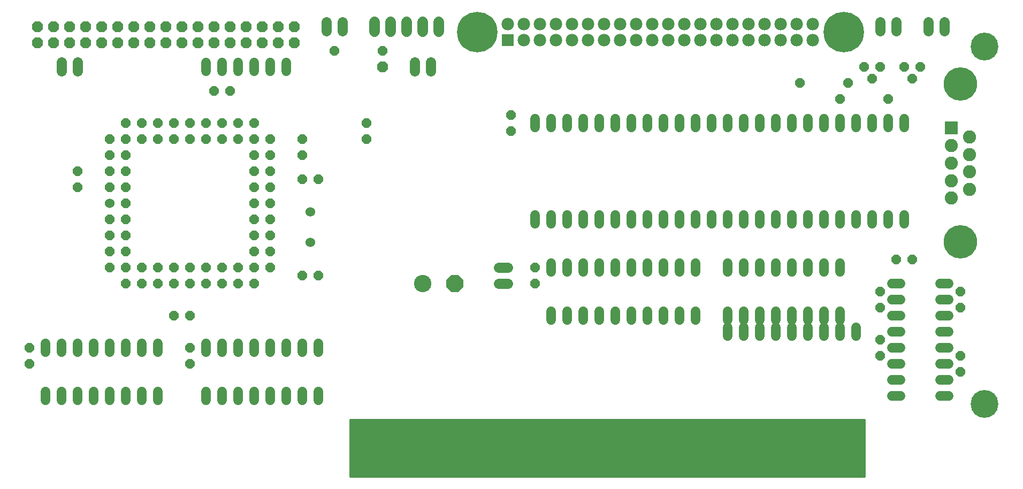
<source format=gbs>
G75*
%MOIN*%
%OFA0B0*%
%FSLAX24Y24*%
%IPPOS*%
%LPD*%
%AMOC8*
5,1,8,0,0,1.08239X$1,22.5*
%
%ADD10C,0.0160*%
%ADD11R,0.0680X0.2630*%
%ADD12R,0.0820X0.0820*%
%ADD13C,0.0820*%
%ADD14C,0.2080*%
%ADD15OC8,0.0600*%
%ADD16C,0.0600*%
%ADD17R,0.0780X0.0780*%
%ADD18C,0.0780*%
%ADD19C,0.2521*%
%ADD20C,0.0640*%
%ADD21C,0.1080*%
%ADD22OC8,0.1080*%
%ADD23OC8,0.0680*%
%ADD24C,0.1730*%
%ADD25C,0.0680*%
%ADD26C,0.0600*%
D10*
X021680Y000180D02*
X021680Y003680D01*
X053680Y003680D01*
X053680Y000180D01*
X021680Y000180D01*
X021680Y000314D02*
X053680Y000314D01*
X053680Y000473D02*
X021680Y000473D01*
X021680Y000631D02*
X053680Y000631D01*
X053680Y000790D02*
X021680Y000790D01*
X021680Y000948D02*
X053680Y000948D01*
X053680Y001107D02*
X021680Y001107D01*
X021680Y001265D02*
X053680Y001265D01*
X053680Y001424D02*
X021680Y001424D01*
X021680Y001582D02*
X053680Y001582D01*
X053680Y001741D02*
X021680Y001741D01*
X021680Y001899D02*
X053680Y001899D01*
X053680Y002058D02*
X021680Y002058D01*
X021680Y002216D02*
X053680Y002216D01*
X053680Y002375D02*
X021680Y002375D01*
X021680Y002533D02*
X053680Y002533D01*
X053680Y002692D02*
X021680Y002692D01*
X021680Y002850D02*
X053680Y002850D01*
X053680Y003009D02*
X021680Y003009D01*
X021680Y003167D02*
X053680Y003167D01*
X053680Y003326D02*
X021680Y003326D01*
X021680Y003484D02*
X053680Y003484D01*
X053680Y003643D02*
X021680Y003643D01*
D11*
X022680Y002180D03*
X023680Y002180D03*
X024680Y002180D03*
X025680Y002180D03*
X026680Y002180D03*
X027680Y002180D03*
X028680Y002180D03*
X029680Y002180D03*
X030680Y002180D03*
X031680Y002180D03*
X032680Y002180D03*
X033680Y002180D03*
X034680Y002180D03*
X035680Y002180D03*
X036680Y002180D03*
X037680Y002180D03*
X038680Y002180D03*
X039680Y002180D03*
X040680Y002180D03*
X041680Y002180D03*
X042680Y002180D03*
X043680Y002180D03*
X044680Y002180D03*
X045680Y002180D03*
X046680Y002180D03*
X047680Y002180D03*
X048680Y002180D03*
X049680Y002180D03*
X050680Y002180D03*
X051680Y002180D03*
X052680Y002180D03*
D12*
X059121Y021861D03*
D13*
X060239Y021314D03*
X059121Y020771D03*
X060239Y020223D03*
X059121Y019680D03*
X060239Y019137D03*
X059121Y018589D03*
X060239Y018046D03*
X059121Y017499D03*
D14*
X059680Y014759D03*
X059680Y024601D03*
D15*
X057180Y025680D03*
X056180Y025680D03*
X056680Y024930D03*
X054680Y025680D03*
X053680Y025680D03*
X054180Y024930D03*
X052680Y024680D03*
X052180Y023680D03*
X049680Y024680D03*
X055180Y023680D03*
X055680Y013680D03*
X056680Y013680D03*
X054680Y011680D03*
X054680Y010680D03*
X054680Y008680D03*
X054680Y007680D03*
X059680Y007680D03*
X059680Y006680D03*
X059680Y010680D03*
X059680Y011680D03*
X033180Y012180D03*
X033180Y013180D03*
X019680Y012680D03*
X018680Y012680D03*
X016680Y013180D03*
X015680Y013180D03*
X014680Y013180D03*
X013680Y013180D03*
X012680Y013180D03*
X011680Y013180D03*
X010680Y013180D03*
X009680Y013180D03*
X008680Y013180D03*
X007680Y013180D03*
X006680Y013180D03*
X006680Y014180D03*
X007680Y014180D03*
X007680Y015180D03*
X006680Y015180D03*
X006680Y016180D03*
X007680Y016180D03*
X007680Y017180D03*
X007680Y018180D03*
X006680Y018180D03*
X004680Y018180D03*
X004680Y019180D03*
X006680Y019180D03*
X007680Y019180D03*
X007680Y020180D03*
X006680Y020180D03*
X006680Y021180D03*
X007680Y021180D03*
X008680Y021180D03*
X009680Y021180D03*
X010680Y021180D03*
X011680Y021180D03*
X012680Y021180D03*
X013680Y021180D03*
X014680Y021180D03*
X015680Y021180D03*
X016680Y021180D03*
X016680Y020180D03*
X015680Y020180D03*
X015680Y019180D03*
X016680Y019180D03*
X018680Y018680D03*
X019680Y018680D03*
X016680Y018180D03*
X015680Y018180D03*
X015680Y017180D03*
X016680Y017180D03*
X016680Y016180D03*
X015680Y016180D03*
X015680Y015180D03*
X016680Y015180D03*
X016680Y014180D03*
X015680Y014180D03*
X015680Y012180D03*
X014680Y012180D03*
X013680Y012180D03*
X012680Y012180D03*
X011680Y012180D03*
X010680Y012180D03*
X009680Y012180D03*
X008680Y012180D03*
X007680Y012180D03*
X010680Y010180D03*
X011680Y010180D03*
X011680Y008180D03*
X011680Y007180D03*
X001680Y007180D03*
X001680Y008180D03*
X018680Y020180D03*
X018680Y021180D03*
X015680Y022180D03*
X014680Y022180D03*
X013680Y022180D03*
X012680Y022180D03*
X011680Y022180D03*
X010680Y022180D03*
X009680Y022180D03*
X008680Y022180D03*
X007680Y022180D03*
X013180Y024180D03*
X014180Y024180D03*
X020680Y026680D03*
X023680Y026680D03*
X031680Y022680D03*
X031680Y021680D03*
X022680Y021180D03*
X022680Y022180D03*
D16*
X002680Y005440D02*
X002680Y004920D01*
X003680Y004920D02*
X003680Y005440D01*
X004680Y005440D02*
X004680Y004920D01*
X005680Y004920D02*
X005680Y005440D01*
X006680Y005440D02*
X006680Y004920D01*
X007680Y004920D02*
X007680Y005440D01*
X008680Y005440D02*
X008680Y004920D01*
X009680Y004920D02*
X009680Y005440D01*
X012680Y005440D02*
X012680Y004920D01*
X013680Y004920D02*
X013680Y005440D01*
X014680Y005440D02*
X014680Y004920D01*
X015680Y004920D02*
X015680Y005440D01*
X016680Y005440D02*
X016680Y004920D01*
X017680Y004920D02*
X017680Y005440D01*
X018680Y005440D02*
X018680Y004920D01*
X019680Y004920D02*
X019680Y005440D01*
X019680Y007920D02*
X019680Y008440D01*
X018680Y008440D02*
X018680Y007920D01*
X017680Y007920D02*
X017680Y008440D01*
X016680Y008440D02*
X016680Y007920D01*
X015680Y007920D02*
X015680Y008440D01*
X014680Y008440D02*
X014680Y007920D01*
X013680Y007920D02*
X013680Y008440D01*
X012680Y008440D02*
X012680Y007920D01*
X009680Y007920D02*
X009680Y008440D01*
X008680Y008440D02*
X008680Y007920D01*
X007680Y007920D02*
X007680Y008440D01*
X006680Y008440D02*
X006680Y007920D01*
X005680Y007920D02*
X005680Y008440D01*
X004680Y008440D02*
X004680Y007920D01*
X003680Y007920D02*
X003680Y008440D01*
X002680Y008440D02*
X002680Y007920D01*
X033180Y015920D02*
X033180Y016440D01*
X034180Y016440D02*
X034180Y015920D01*
X035180Y015920D02*
X035180Y016440D01*
X036180Y016440D02*
X036180Y015920D01*
X037180Y015920D02*
X037180Y016440D01*
X038180Y016440D02*
X038180Y015920D01*
X039180Y015920D02*
X039180Y016440D01*
X040180Y016440D02*
X040180Y015920D01*
X041180Y015920D02*
X041180Y016440D01*
X042180Y016440D02*
X042180Y015920D01*
X043180Y015920D02*
X043180Y016440D01*
X044180Y016440D02*
X044180Y015920D01*
X045180Y015920D02*
X045180Y016440D01*
X046180Y016440D02*
X046180Y015920D01*
X047180Y015920D02*
X047180Y016440D01*
X048180Y016440D02*
X048180Y015920D01*
X049180Y015920D02*
X049180Y016440D01*
X050180Y016440D02*
X050180Y015920D01*
X051180Y015920D02*
X051180Y016440D01*
X052180Y016440D02*
X052180Y015920D01*
X053180Y015920D02*
X053180Y016440D01*
X054180Y016440D02*
X054180Y015920D01*
X055180Y015920D02*
X055180Y016440D01*
X056180Y016440D02*
X056180Y015920D01*
X052180Y013440D02*
X052180Y012920D01*
X051180Y012920D02*
X051180Y013440D01*
X050180Y013440D02*
X050180Y012920D01*
X049180Y012920D02*
X049180Y013440D01*
X048180Y013440D02*
X048180Y012920D01*
X047180Y012920D02*
X047180Y013440D01*
X046180Y013440D02*
X046180Y012920D01*
X045180Y012920D02*
X045180Y013440D01*
X043180Y013440D02*
X043180Y012920D01*
X042180Y012920D02*
X042180Y013440D01*
X041180Y013440D02*
X041180Y012920D01*
X040180Y012920D02*
X040180Y013440D01*
X039180Y013440D02*
X039180Y012920D01*
X038180Y012920D02*
X038180Y013440D01*
X037180Y013440D02*
X037180Y012920D01*
X036180Y012920D02*
X036180Y013440D01*
X035180Y013440D02*
X035180Y012920D01*
X034180Y012920D02*
X034180Y013440D01*
X034180Y010440D02*
X034180Y009920D01*
X035180Y009920D02*
X035180Y010440D01*
X036180Y010440D02*
X036180Y009920D01*
X037180Y009920D02*
X037180Y010440D01*
X038180Y010440D02*
X038180Y009920D01*
X039180Y009920D02*
X039180Y010440D01*
X040180Y010440D02*
X040180Y009920D01*
X041180Y009920D02*
X041180Y010440D01*
X042180Y010440D02*
X042180Y009920D01*
X043180Y009920D02*
X043180Y010440D01*
X045180Y010440D02*
X045180Y009920D01*
X046180Y009920D02*
X046180Y010440D01*
X047180Y010440D02*
X047180Y009920D01*
X048180Y009920D02*
X048180Y010440D01*
X049180Y010440D02*
X049180Y009920D01*
X050180Y009920D02*
X050180Y010440D01*
X051180Y010440D02*
X051180Y009920D01*
X051180Y009440D02*
X051180Y008920D01*
X050180Y008920D02*
X050180Y009440D01*
X049180Y009440D02*
X049180Y008920D01*
X048180Y008920D02*
X048180Y009440D01*
X047180Y009440D02*
X047180Y008920D01*
X046180Y008920D02*
X046180Y009440D01*
X045180Y009440D02*
X045180Y008920D01*
X052180Y008920D02*
X052180Y009440D01*
X053180Y009440D02*
X053180Y008920D01*
X055420Y009180D02*
X055940Y009180D01*
X055940Y008180D02*
X055420Y008180D01*
X055420Y007180D02*
X055940Y007180D01*
X055940Y006180D02*
X055420Y006180D01*
X055420Y005180D02*
X055940Y005180D01*
X058420Y005180D02*
X058940Y005180D01*
X058940Y006180D02*
X058420Y006180D01*
X058420Y007180D02*
X058940Y007180D01*
X058940Y008180D02*
X058420Y008180D01*
X058420Y009180D02*
X058940Y009180D01*
X058940Y010180D02*
X058420Y010180D01*
X058420Y011180D02*
X058940Y011180D01*
X058940Y012180D02*
X058420Y012180D01*
X055940Y012180D02*
X055420Y012180D01*
X055420Y011180D02*
X055940Y011180D01*
X055940Y010180D02*
X055420Y010180D01*
X052180Y010440D02*
X052180Y009920D01*
X052180Y021920D02*
X052180Y022440D01*
X053180Y022440D02*
X053180Y021920D01*
X054180Y021920D02*
X054180Y022440D01*
X055180Y022440D02*
X055180Y021920D01*
X056180Y021920D02*
X056180Y022440D01*
X051180Y022440D02*
X051180Y021920D01*
X050180Y021920D02*
X050180Y022440D01*
X049180Y022440D02*
X049180Y021920D01*
X048180Y021920D02*
X048180Y022440D01*
X047180Y022440D02*
X047180Y021920D01*
X046180Y021920D02*
X046180Y022440D01*
X045180Y022440D02*
X045180Y021920D01*
X044180Y021920D02*
X044180Y022440D01*
X043180Y022440D02*
X043180Y021920D01*
X042180Y021920D02*
X042180Y022440D01*
X041180Y022440D02*
X041180Y021920D01*
X040180Y021920D02*
X040180Y022440D01*
X039180Y022440D02*
X039180Y021920D01*
X038180Y021920D02*
X038180Y022440D01*
X037180Y022440D02*
X037180Y021920D01*
X036180Y021920D02*
X036180Y022440D01*
X035180Y022440D02*
X035180Y021920D01*
X034180Y021920D02*
X034180Y022440D01*
X033180Y022440D02*
X033180Y021920D01*
X017680Y025420D02*
X017680Y025940D01*
X016680Y025940D02*
X016680Y025420D01*
X015680Y025420D02*
X015680Y025940D01*
X014680Y025940D02*
X014680Y025420D01*
X013680Y025420D02*
X013680Y025940D01*
X012680Y025940D02*
X012680Y025420D01*
D17*
X031475Y027349D03*
D18*
X032475Y027349D03*
X033475Y027349D03*
X034475Y027349D03*
X035475Y027349D03*
X036475Y027349D03*
X037475Y027349D03*
X038475Y027349D03*
X039475Y027349D03*
X040475Y027349D03*
X041475Y027349D03*
X042475Y027349D03*
X043475Y027349D03*
X044475Y027349D03*
X045475Y027349D03*
X046475Y027349D03*
X047475Y027349D03*
X048475Y027349D03*
X049475Y027349D03*
X050475Y027349D03*
X050475Y028349D03*
X049475Y028349D03*
X048475Y028349D03*
X047475Y028349D03*
X046475Y028349D03*
X045475Y028349D03*
X044475Y028349D03*
X043475Y028349D03*
X042475Y028349D03*
X041475Y028349D03*
X040475Y028349D03*
X039475Y028349D03*
X038475Y028349D03*
X037475Y028349D03*
X036475Y028349D03*
X035475Y028349D03*
X034475Y028349D03*
X033475Y028349D03*
X032475Y028349D03*
X031475Y028349D03*
D19*
X029558Y027849D03*
X052393Y027849D03*
D20*
X054680Y027900D02*
X054680Y028460D01*
X055680Y028460D02*
X055680Y027900D01*
X057680Y027900D02*
X057680Y028460D01*
X058680Y028460D02*
X058680Y027900D01*
X026680Y025960D02*
X026680Y025400D01*
X025680Y025400D02*
X025680Y025960D01*
X021180Y027900D02*
X021180Y028460D01*
X020180Y028460D02*
X020180Y027900D01*
X004680Y025960D02*
X004680Y025400D01*
X003680Y025400D02*
X003680Y025960D01*
X030900Y013180D02*
X031460Y013180D01*
X031460Y012180D02*
X030900Y012180D01*
D21*
X026180Y012180D03*
D22*
X028180Y012180D03*
D23*
X023680Y025680D03*
X018180Y027180D03*
X017180Y027180D03*
X016180Y027180D03*
X015180Y027180D03*
X014180Y027180D03*
X013180Y027180D03*
X012180Y027180D03*
X011180Y027180D03*
X010180Y027180D03*
X009180Y027180D03*
X008180Y027180D03*
X007180Y027180D03*
X006180Y027180D03*
X005180Y027180D03*
X004180Y027180D03*
X003180Y027180D03*
X002180Y027180D03*
X002180Y028180D03*
X003180Y028180D03*
X004180Y028180D03*
X005180Y028180D03*
X006180Y028180D03*
X007180Y028180D03*
X008180Y028180D03*
X009180Y028180D03*
X010180Y028180D03*
X011180Y028180D03*
X012180Y028180D03*
X013180Y028180D03*
X014180Y028180D03*
X015180Y028180D03*
X016180Y028180D03*
X017180Y028180D03*
X018180Y028180D03*
D24*
X061180Y026930D03*
X061180Y004680D03*
D25*
X027180Y027880D02*
X027180Y028480D01*
X026180Y028480D02*
X026180Y027880D01*
X025180Y027880D02*
X025180Y028480D01*
X024180Y028480D02*
X024180Y027880D01*
X023180Y027880D02*
X023180Y028480D01*
D26*
X006680Y017180D03*
X019180Y016630D03*
X019180Y014730D03*
M02*

</source>
